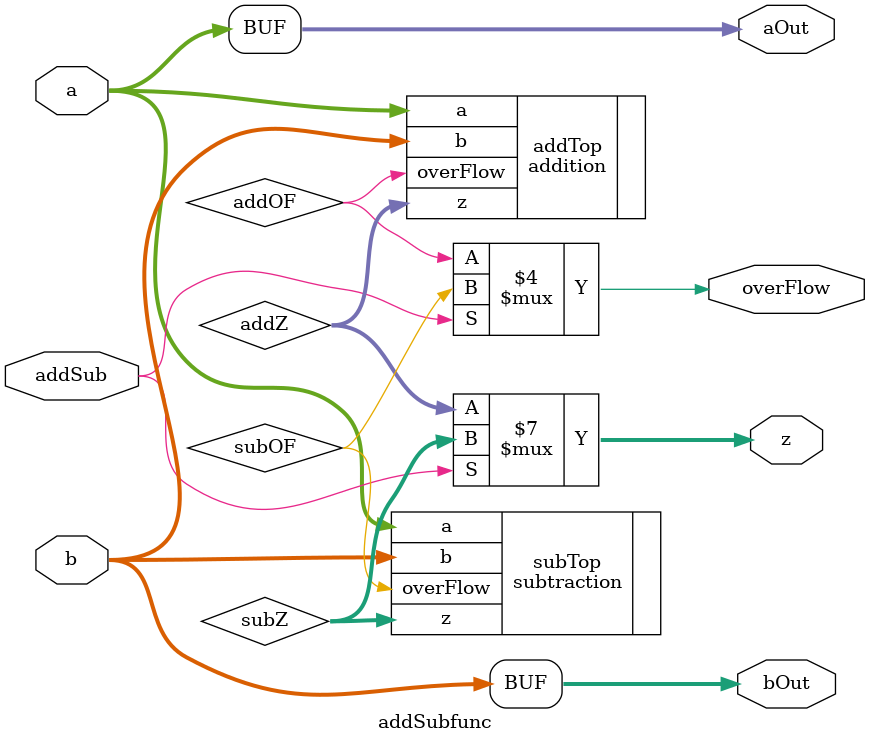
<source format=sv>
module addSubfunc(input logic addSub,
						input logic [5:0] a,b,
					output logic [5:0] z, aOut,bOut,
					output logic overFlow);
		logic [5:0] addZ, subZ;
		logic addOF, subOF;
		//create submodule for addition
		addition addTop(.a(a),.b(b),.z(addZ),.overFlow(addOF));
		//create submodule for subtraction
		subtraction subTop(.a(a),.b(b),.z(subZ),.overFlow(subOF));
		
		always_comb
		begin
		//send input values to output lights
		aOut<=a;
		bOut<=b;
			if(addSub==1'b0)
				begin
				//show sum/overflow output for addition
					z <= addZ;
					overFlow<=addOF;
				end
			else
				begin
				//show sum/overflow output for subtraction
					z <= subZ;
					overFlow<=subOF;
				end
		end
		
endmodule
</source>
